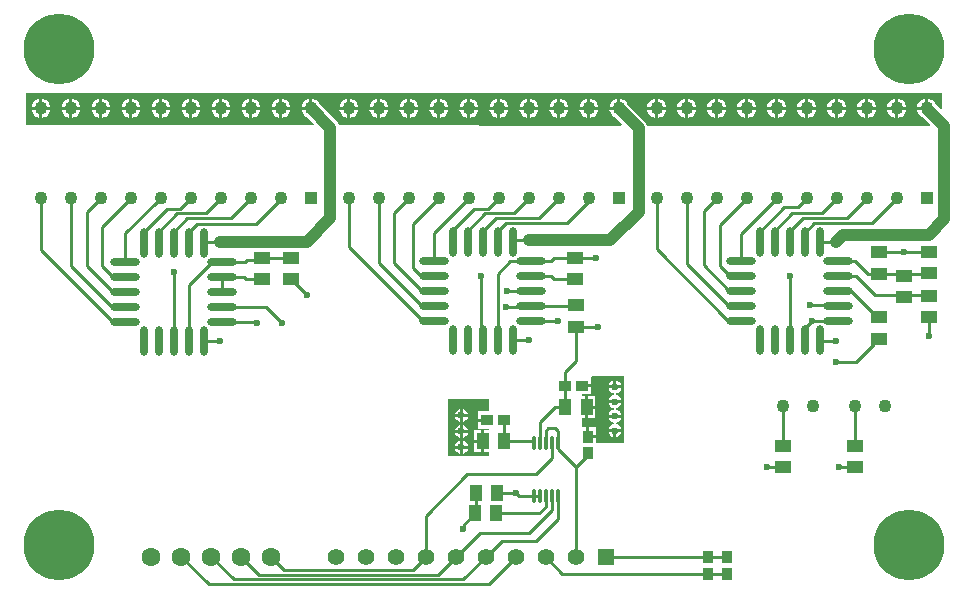
<source format=gtl>
G04*
G04 #@! TF.GenerationSoftware,Altium Limited,Altium Designer,18.1.11 (251)*
G04*
G04 Layer_Physical_Order=1*
G04 Layer_Color=255*
%FSLAX25Y25*%
%MOIN*%
G70*
G01*
G75*
%ADD15R,0.05315X0.03937*%
%ADD16O,0.02559X0.09843*%
%ADD17O,0.09843X0.02559*%
%ADD18R,0.03740X0.04331*%
%ADD19R,0.03937X0.05315*%
%ADD20R,0.04331X0.03740*%
%ADD21O,0.01378X0.05315*%
%ADD36C,0.01000*%
%ADD37C,0.03937*%
%ADD38R,0.05504X0.05504*%
%ADD39C,0.05504*%
%ADD40C,0.04331*%
%ADD41R,0.04331X0.04331*%
%ADD42C,0.23622*%
%ADD43C,0.06299*%
%ADD44C,0.02362*%
G36*
X310236Y161187D02*
X309774Y160995D01*
X307973Y162797D01*
X307883Y163014D01*
X307376Y163675D01*
X306714Y164182D01*
X305944Y164501D01*
X305618Y164544D01*
Y161417D01*
X305118D01*
Y160917D01*
X301991D01*
X302034Y160591D01*
X302353Y159821D01*
X302861Y159160D01*
X303522Y158652D01*
X303738Y158563D01*
X306322Y155979D01*
X306131Y155517D01*
X211939Y155639D01*
X211648Y156340D01*
X211172Y156960D01*
X205335Y162797D01*
X205245Y163014D01*
X204738Y163675D01*
X204077Y164182D01*
X203307Y164501D01*
X202980Y164544D01*
Y161417D01*
X202480D01*
Y160917D01*
X199354D01*
X199396Y160591D01*
X199715Y159821D01*
X200223Y159160D01*
X200884Y158652D01*
X201101Y158563D01*
X203552Y156111D01*
X203360Y155649D01*
X109177Y155771D01*
X108892Y156458D01*
X108416Y157078D01*
X102697Y162797D01*
X102607Y163014D01*
X102100Y163675D01*
X101439Y164182D01*
X100669Y164501D01*
X100343Y164544D01*
Y161417D01*
X99843D01*
Y160917D01*
X96716D01*
X96759Y160591D01*
X97078Y159821D01*
X97585Y159160D01*
X98246Y158652D01*
X98463Y158563D01*
X100782Y156244D01*
X100590Y155782D01*
X4724Y155905D01*
Y166535D01*
X310236D01*
Y161187D01*
D02*
G37*
G36*
X204331Y49902D02*
X194996D01*
Y51468D01*
X192126D01*
Y51968D01*
X191626D01*
Y55134D01*
X190157D01*
Y58153D01*
X191232D01*
Y61811D01*
Y65469D01*
X190157D01*
Y66028D01*
X193323D01*
Y68398D01*
X190157D01*
Y69398D01*
X193323D01*
Y71768D01*
X193707Y72047D01*
X204331D01*
Y49902D01*
D02*
G37*
G36*
X159109Y60350D02*
X155496D01*
Y57980D01*
X158661D01*
Y56980D01*
X155496D01*
Y54610D01*
X159109D01*
Y54051D01*
X157587D01*
Y50394D01*
Y46736D01*
X159109D01*
Y45419D01*
X159016Y45325D01*
X145669D01*
Y64567D01*
X159109D01*
Y60350D01*
D02*
G37*
%LPC*%
G36*
X192980Y164544D02*
Y161917D01*
X195607D01*
X195564Y162244D01*
X195245Y163014D01*
X194738Y163675D01*
X194077Y164182D01*
X193307Y164501D01*
X192980Y164544D01*
D02*
G37*
G36*
X182980D02*
Y161917D01*
X185607D01*
X185564Y162244D01*
X185245Y163014D01*
X184738Y163675D01*
X184077Y164182D01*
X183307Y164501D01*
X182980Y164544D01*
D02*
G37*
G36*
X172980D02*
Y161917D01*
X175607D01*
X175564Y162244D01*
X175245Y163014D01*
X174738Y163675D01*
X174077Y164182D01*
X173307Y164501D01*
X172980Y164544D01*
D02*
G37*
G36*
X162980D02*
Y161917D01*
X165607D01*
X165564Y162244D01*
X165245Y163014D01*
X164738Y163675D01*
X164077Y164182D01*
X163307Y164501D01*
X162980Y164544D01*
D02*
G37*
G36*
X152980D02*
Y161917D01*
X155607D01*
X155564Y162244D01*
X155245Y163014D01*
X154738Y163675D01*
X154077Y164182D01*
X153307Y164501D01*
X152980Y164544D01*
D02*
G37*
G36*
X142980D02*
Y161917D01*
X145607D01*
X145564Y162244D01*
X145245Y163014D01*
X144738Y163675D01*
X144077Y164182D01*
X143307Y164501D01*
X142980Y164544D01*
D02*
G37*
G36*
X132980D02*
Y161917D01*
X135607D01*
X135564Y162244D01*
X135245Y163014D01*
X134738Y163675D01*
X134077Y164182D01*
X133307Y164501D01*
X132980Y164544D01*
D02*
G37*
G36*
X122980D02*
Y161917D01*
X125607D01*
X125564Y162244D01*
X125245Y163014D01*
X124738Y163675D01*
X124077Y164182D01*
X123307Y164501D01*
X122980Y164544D01*
D02*
G37*
G36*
X112980D02*
Y161917D01*
X115607D01*
X115564Y162244D01*
X115245Y163014D01*
X114738Y163675D01*
X114077Y164182D01*
X113307Y164501D01*
X112980Y164544D01*
D02*
G37*
G36*
X201980D02*
X201654Y164501D01*
X200884Y164182D01*
X200223Y163675D01*
X199715Y163014D01*
X199396Y162244D01*
X199354Y161917D01*
X201980D01*
Y164544D01*
D02*
G37*
G36*
X191980D02*
X191654Y164501D01*
X190884Y164182D01*
X190223Y163675D01*
X189715Y163014D01*
X189396Y162244D01*
X189354Y161917D01*
X191980D01*
Y164544D01*
D02*
G37*
G36*
X181980D02*
X181654Y164501D01*
X180884Y164182D01*
X180223Y163675D01*
X179715Y163014D01*
X179396Y162244D01*
X179353Y161917D01*
X181980D01*
Y164544D01*
D02*
G37*
G36*
X171980D02*
X171654Y164501D01*
X170884Y164182D01*
X170223Y163675D01*
X169715Y163014D01*
X169396Y162244D01*
X169353Y161917D01*
X171980D01*
Y164544D01*
D02*
G37*
G36*
X161980D02*
X161654Y164501D01*
X160884Y164182D01*
X160223Y163675D01*
X159715Y163014D01*
X159396Y162244D01*
X159353Y161917D01*
X161980D01*
Y164544D01*
D02*
G37*
G36*
X151980D02*
X151654Y164501D01*
X150884Y164182D01*
X150223Y163675D01*
X149715Y163014D01*
X149396Y162244D01*
X149354Y161917D01*
X151980D01*
Y164544D01*
D02*
G37*
G36*
X141980D02*
X141654Y164501D01*
X140884Y164182D01*
X140223Y163675D01*
X139715Y163014D01*
X139396Y162244D01*
X139354Y161917D01*
X141980D01*
Y164544D01*
D02*
G37*
G36*
X131980D02*
X131654Y164501D01*
X130884Y164182D01*
X130223Y163675D01*
X129715Y163014D01*
X129396Y162244D01*
X129353Y161917D01*
X131980D01*
Y164544D01*
D02*
G37*
G36*
X121980D02*
X121654Y164501D01*
X120884Y164182D01*
X120223Y163675D01*
X119715Y163014D01*
X119396Y162244D01*
X119353Y161917D01*
X121980D01*
Y164544D01*
D02*
G37*
G36*
X111980D02*
X111654Y164501D01*
X110884Y164182D01*
X110223Y163675D01*
X109715Y163014D01*
X109396Y162244D01*
X109353Y161917D01*
X111980D01*
Y164544D01*
D02*
G37*
G36*
X295618D02*
Y161917D01*
X298245D01*
X298202Y162244D01*
X297883Y163014D01*
X297376Y163675D01*
X296714Y164182D01*
X295944Y164501D01*
X295618Y164544D01*
D02*
G37*
G36*
X285618D02*
Y161917D01*
X288245D01*
X288202Y162244D01*
X287883Y163014D01*
X287376Y163675D01*
X286714Y164182D01*
X285944Y164501D01*
X285618Y164544D01*
D02*
G37*
G36*
X275618D02*
Y161917D01*
X278245D01*
X278202Y162244D01*
X277883Y163014D01*
X277376Y163675D01*
X276714Y164182D01*
X275944Y164501D01*
X275618Y164544D01*
D02*
G37*
G36*
X265618D02*
Y161917D01*
X268245D01*
X268202Y162244D01*
X267883Y163014D01*
X267376Y163675D01*
X266714Y164182D01*
X265944Y164501D01*
X265618Y164544D01*
D02*
G37*
G36*
X255618D02*
Y161917D01*
X258245D01*
X258202Y162244D01*
X257883Y163014D01*
X257376Y163675D01*
X256714Y164182D01*
X255944Y164501D01*
X255618Y164544D01*
D02*
G37*
G36*
X245618D02*
Y161917D01*
X248245D01*
X248202Y162244D01*
X247883Y163014D01*
X247376Y163675D01*
X246714Y164182D01*
X245944Y164501D01*
X245618Y164544D01*
D02*
G37*
G36*
X235618D02*
Y161917D01*
X238245D01*
X238202Y162244D01*
X237883Y163014D01*
X237376Y163675D01*
X236714Y164182D01*
X235944Y164501D01*
X235618Y164544D01*
D02*
G37*
G36*
X225618D02*
Y161917D01*
X228245D01*
X228202Y162244D01*
X227883Y163014D01*
X227376Y163675D01*
X226714Y164182D01*
X225944Y164501D01*
X225618Y164544D01*
D02*
G37*
G36*
X215618D02*
Y161917D01*
X218245D01*
X218202Y162244D01*
X217883Y163014D01*
X217376Y163675D01*
X216714Y164182D01*
X215944Y164501D01*
X215618Y164544D01*
D02*
G37*
G36*
X304618D02*
X304292Y164501D01*
X303522Y164182D01*
X302861Y163675D01*
X302353Y163014D01*
X302034Y162244D01*
X301991Y161917D01*
X304618D01*
Y164544D01*
D02*
G37*
G36*
X294618D02*
X294292Y164501D01*
X293522Y164182D01*
X292861Y163675D01*
X292353Y163014D01*
X292034Y162244D01*
X291991Y161917D01*
X294618D01*
Y164544D01*
D02*
G37*
G36*
X284618D02*
X284292Y164501D01*
X283522Y164182D01*
X282861Y163675D01*
X282353Y163014D01*
X282034Y162244D01*
X281991Y161917D01*
X284618D01*
Y164544D01*
D02*
G37*
G36*
X274618D02*
X274292Y164501D01*
X273522Y164182D01*
X272861Y163675D01*
X272353Y163014D01*
X272034Y162244D01*
X271991Y161917D01*
X274618D01*
Y164544D01*
D02*
G37*
G36*
X264618D02*
X264292Y164501D01*
X263522Y164182D01*
X262861Y163675D01*
X262353Y163014D01*
X262034Y162244D01*
X261991Y161917D01*
X264618D01*
Y164544D01*
D02*
G37*
G36*
X254618D02*
X254292Y164501D01*
X253522Y164182D01*
X252861Y163675D01*
X252353Y163014D01*
X252034Y162244D01*
X251991Y161917D01*
X254618D01*
Y164544D01*
D02*
G37*
G36*
X244618D02*
X244292Y164501D01*
X243522Y164182D01*
X242861Y163675D01*
X242353Y163014D01*
X242034Y162244D01*
X241991Y161917D01*
X244618D01*
Y164544D01*
D02*
G37*
G36*
X234618D02*
X234292Y164501D01*
X233522Y164182D01*
X232861Y163675D01*
X232353Y163014D01*
X232034Y162244D01*
X231991Y161917D01*
X234618D01*
Y164544D01*
D02*
G37*
G36*
X224618D02*
X224292Y164501D01*
X223522Y164182D01*
X222861Y163675D01*
X222353Y163014D01*
X222034Y162244D01*
X221991Y161917D01*
X224618D01*
Y164544D01*
D02*
G37*
G36*
X214618D02*
X214292Y164501D01*
X213522Y164182D01*
X212861Y163675D01*
X212353Y163014D01*
X212034Y162244D01*
X211991Y161917D01*
X214618D01*
Y164544D01*
D02*
G37*
G36*
X90342D02*
Y161917D01*
X92969D01*
X92926Y162244D01*
X92607Y163014D01*
X92100Y163675D01*
X91439Y164182D01*
X90669Y164501D01*
X90342Y164544D01*
D02*
G37*
G36*
X80343D02*
Y161917D01*
X82969D01*
X82926Y162244D01*
X82607Y163014D01*
X82100Y163675D01*
X81439Y164182D01*
X80669Y164501D01*
X80343Y164544D01*
D02*
G37*
G36*
X70342D02*
Y161917D01*
X72969D01*
X72926Y162244D01*
X72607Y163014D01*
X72100Y163675D01*
X71439Y164182D01*
X70669Y164501D01*
X70342Y164544D01*
D02*
G37*
G36*
X60343D02*
Y161917D01*
X62969D01*
X62926Y162244D01*
X62607Y163014D01*
X62100Y163675D01*
X61439Y164182D01*
X60669Y164501D01*
X60343Y164544D01*
D02*
G37*
G36*
X50343D02*
Y161917D01*
X52969D01*
X52926Y162244D01*
X52607Y163014D01*
X52100Y163675D01*
X51439Y164182D01*
X50669Y164501D01*
X50343Y164544D01*
D02*
G37*
G36*
X40343D02*
Y161917D01*
X42969D01*
X42926Y162244D01*
X42607Y163014D01*
X42100Y163675D01*
X41439Y164182D01*
X40669Y164501D01*
X40343Y164544D01*
D02*
G37*
G36*
X30343D02*
Y161917D01*
X32969D01*
X32926Y162244D01*
X32607Y163014D01*
X32100Y163675D01*
X31439Y164182D01*
X30669Y164501D01*
X30343Y164544D01*
D02*
G37*
G36*
X20343D02*
Y161917D01*
X22969D01*
X22926Y162244D01*
X22607Y163014D01*
X22100Y163675D01*
X21439Y164182D01*
X20669Y164501D01*
X20343Y164544D01*
D02*
G37*
G36*
X10343D02*
Y161917D01*
X12969D01*
X12926Y162244D01*
X12607Y163014D01*
X12100Y163675D01*
X11439Y164182D01*
X10669Y164501D01*
X10343Y164544D01*
D02*
G37*
G36*
X99343D02*
X99016Y164501D01*
X98246Y164182D01*
X97585Y163675D01*
X97078Y163014D01*
X96759Y162244D01*
X96716Y161917D01*
X99343D01*
Y164544D01*
D02*
G37*
G36*
X89342D02*
X89016Y164501D01*
X88246Y164182D01*
X87585Y163675D01*
X87078Y163014D01*
X86759Y162244D01*
X86716Y161917D01*
X89342D01*
Y164544D01*
D02*
G37*
G36*
X79343D02*
X79016Y164501D01*
X78246Y164182D01*
X77585Y163675D01*
X77078Y163014D01*
X76759Y162244D01*
X76716Y161917D01*
X79343D01*
Y164544D01*
D02*
G37*
G36*
X69342D02*
X69016Y164501D01*
X68246Y164182D01*
X67585Y163675D01*
X67078Y163014D01*
X66759Y162244D01*
X66716Y161917D01*
X69342D01*
Y164544D01*
D02*
G37*
G36*
X59342D02*
X59016Y164501D01*
X58246Y164182D01*
X57585Y163675D01*
X57078Y163014D01*
X56759Y162244D01*
X56716Y161917D01*
X59342D01*
Y164544D01*
D02*
G37*
G36*
X49343D02*
X49016Y164501D01*
X48246Y164182D01*
X47585Y163675D01*
X47078Y163014D01*
X46759Y162244D01*
X46716Y161917D01*
X49343D01*
Y164544D01*
D02*
G37*
G36*
X39342D02*
X39016Y164501D01*
X38246Y164182D01*
X37585Y163675D01*
X37078Y163014D01*
X36759Y162244D01*
X36716Y161917D01*
X39342D01*
Y164544D01*
D02*
G37*
G36*
X29342D02*
X29016Y164501D01*
X28246Y164182D01*
X27585Y163675D01*
X27078Y163014D01*
X26759Y162244D01*
X26716Y161917D01*
X29342D01*
Y164544D01*
D02*
G37*
G36*
X19342D02*
X19016Y164501D01*
X18246Y164182D01*
X17585Y163675D01*
X17078Y163014D01*
X16759Y162244D01*
X16716Y161917D01*
X19342D01*
Y164544D01*
D02*
G37*
G36*
X9342D02*
X9016Y164501D01*
X8246Y164182D01*
X7585Y163675D01*
X7078Y163014D01*
X6759Y162244D01*
X6716Y161917D01*
X9342D01*
Y164544D01*
D02*
G37*
G36*
X191980Y160917D02*
X189354D01*
X189396Y160591D01*
X189715Y159821D01*
X190223Y159160D01*
X190884Y158652D01*
X191654Y158333D01*
X191980Y158291D01*
Y160917D01*
D02*
G37*
G36*
X181980D02*
X179353D01*
X179396Y160591D01*
X179715Y159821D01*
X180223Y159160D01*
X180884Y158652D01*
X181654Y158333D01*
X181980Y158291D01*
Y160917D01*
D02*
G37*
G36*
X171980D02*
X169353D01*
X169396Y160591D01*
X169715Y159821D01*
X170223Y159160D01*
X170884Y158652D01*
X171654Y158333D01*
X171980Y158291D01*
Y160917D01*
D02*
G37*
G36*
X161980D02*
X159353D01*
X159396Y160591D01*
X159715Y159821D01*
X160223Y159160D01*
X160884Y158652D01*
X161654Y158333D01*
X161980Y158291D01*
Y160917D01*
D02*
G37*
G36*
X151980D02*
X149354D01*
X149396Y160591D01*
X149715Y159821D01*
X150223Y159160D01*
X150884Y158652D01*
X151654Y158333D01*
X151980Y158291D01*
Y160917D01*
D02*
G37*
G36*
X141980D02*
X139354D01*
X139396Y160591D01*
X139715Y159821D01*
X140223Y159160D01*
X140884Y158652D01*
X141654Y158333D01*
X141980Y158291D01*
Y160917D01*
D02*
G37*
G36*
X131980D02*
X129353D01*
X129396Y160591D01*
X129715Y159821D01*
X130223Y159160D01*
X130884Y158652D01*
X131654Y158333D01*
X131980Y158291D01*
Y160917D01*
D02*
G37*
G36*
X121980D02*
X119353D01*
X119396Y160591D01*
X119715Y159821D01*
X120223Y159160D01*
X120884Y158652D01*
X121654Y158333D01*
X121980Y158291D01*
Y160917D01*
D02*
G37*
G36*
X111980D02*
X109353D01*
X109396Y160591D01*
X109715Y159821D01*
X110223Y159160D01*
X110884Y158652D01*
X111654Y158333D01*
X111980Y158291D01*
Y160917D01*
D02*
G37*
G36*
X82969Y160917D02*
X80343D01*
Y158291D01*
X80669Y158333D01*
X81439Y158652D01*
X82100Y159160D01*
X82607Y159821D01*
X82926Y160591D01*
X82969Y160917D01*
D02*
G37*
G36*
X72969D02*
X70342D01*
Y158291D01*
X70669Y158333D01*
X71439Y158652D01*
X72100Y159160D01*
X72607Y159821D01*
X72926Y160591D01*
X72969Y160917D01*
D02*
G37*
G36*
X62969D02*
X60343D01*
Y158291D01*
X60669Y158333D01*
X61439Y158652D01*
X62100Y159160D01*
X62607Y159821D01*
X62926Y160591D01*
X62969Y160917D01*
D02*
G37*
G36*
X52969D02*
X50343D01*
Y158291D01*
X50669Y158333D01*
X51439Y158652D01*
X52100Y159160D01*
X52607Y159821D01*
X52926Y160591D01*
X52969Y160917D01*
D02*
G37*
G36*
X32969D02*
X30343D01*
Y158291D01*
X30669Y158333D01*
X31439Y158652D01*
X32100Y159160D01*
X32607Y159821D01*
X32926Y160591D01*
X32969Y160917D01*
D02*
G37*
G36*
X22969D02*
X20343D01*
Y158291D01*
X20669Y158333D01*
X21439Y158652D01*
X22100Y159160D01*
X22607Y159821D01*
X22926Y160591D01*
X22969Y160917D01*
D02*
G37*
G36*
X12969D02*
X10343D01*
Y158291D01*
X10669Y158333D01*
X11439Y158652D01*
X12100Y159160D01*
X12607Y159821D01*
X12926Y160591D01*
X12969Y160917D01*
D02*
G37*
G36*
X92969D02*
X90342D01*
Y158291D01*
X90669Y158333D01*
X91439Y158652D01*
X92100Y159160D01*
X92607Y159821D01*
X92926Y160591D01*
X92969Y160917D01*
D02*
G37*
G36*
X42969D02*
X40343D01*
Y158291D01*
X40669Y158333D01*
X41439Y158652D01*
X42100Y159160D01*
X42607Y159821D01*
X42926Y160591D01*
X42969Y160917D01*
D02*
G37*
G36*
X294618Y160917D02*
X291991D01*
X292034Y160591D01*
X292353Y159821D01*
X292861Y159160D01*
X293522Y158652D01*
X294292Y158333D01*
X294618Y158291D01*
Y160917D01*
D02*
G37*
G36*
X284618D02*
X281991D01*
X282034Y160591D01*
X282353Y159821D01*
X282861Y159160D01*
X283522Y158652D01*
X284292Y158333D01*
X284618Y158291D01*
Y160917D01*
D02*
G37*
G36*
X274618D02*
X271991D01*
X272034Y160591D01*
X272353Y159821D01*
X272861Y159160D01*
X273522Y158652D01*
X274292Y158333D01*
X274618Y158291D01*
Y160917D01*
D02*
G37*
G36*
X264618D02*
X261991D01*
X262034Y160591D01*
X262353Y159821D01*
X262861Y159160D01*
X263522Y158652D01*
X264292Y158333D01*
X264618Y158291D01*
Y160917D01*
D02*
G37*
G36*
X254618D02*
X251991D01*
X252034Y160591D01*
X252353Y159821D01*
X252861Y159160D01*
X253522Y158652D01*
X254292Y158333D01*
X254618Y158291D01*
Y160917D01*
D02*
G37*
G36*
X244618D02*
X241991D01*
X242034Y160591D01*
X242353Y159821D01*
X242861Y159160D01*
X243522Y158652D01*
X244292Y158333D01*
X244618Y158291D01*
Y160917D01*
D02*
G37*
G36*
X234618D02*
X231991D01*
X232034Y160591D01*
X232353Y159821D01*
X232861Y159160D01*
X233522Y158652D01*
X234292Y158333D01*
X234618Y158291D01*
Y160917D01*
D02*
G37*
G36*
X224618D02*
X221991D01*
X222034Y160591D01*
X222353Y159821D01*
X222861Y159160D01*
X223522Y158652D01*
X224292Y158333D01*
X224618Y158291D01*
Y160917D01*
D02*
G37*
G36*
X214618D02*
X211991D01*
X212034Y160591D01*
X212353Y159821D01*
X212861Y159160D01*
X213522Y158652D01*
X214292Y158333D01*
X214618Y158291D01*
Y160917D01*
D02*
G37*
G36*
X298245D02*
X295618D01*
Y158291D01*
X295944Y158333D01*
X296714Y158652D01*
X297376Y159160D01*
X297883Y159821D01*
X298202Y160591D01*
X298245Y160917D01*
D02*
G37*
G36*
X288245D02*
X285618D01*
Y158291D01*
X285944Y158333D01*
X286714Y158652D01*
X287376Y159160D01*
X287883Y159821D01*
X288202Y160591D01*
X288245Y160917D01*
D02*
G37*
G36*
X278245D02*
X275618D01*
Y158291D01*
X275944Y158333D01*
X276714Y158652D01*
X277376Y159160D01*
X277883Y159821D01*
X278202Y160591D01*
X278245Y160917D01*
D02*
G37*
G36*
X268245D02*
X265618D01*
Y158291D01*
X265944Y158333D01*
X266714Y158652D01*
X267376Y159160D01*
X267883Y159821D01*
X268202Y160591D01*
X268245Y160917D01*
D02*
G37*
G36*
X258245D02*
X255618D01*
Y158291D01*
X255944Y158333D01*
X256714Y158652D01*
X257376Y159160D01*
X257883Y159821D01*
X258202Y160591D01*
X258245Y160917D01*
D02*
G37*
G36*
X248245D02*
X245618D01*
Y158291D01*
X245944Y158333D01*
X246714Y158652D01*
X247376Y159160D01*
X247883Y159821D01*
X248202Y160591D01*
X248245Y160917D01*
D02*
G37*
G36*
X238245D02*
X235618D01*
Y158291D01*
X235944Y158333D01*
X236714Y158652D01*
X237376Y159160D01*
X237883Y159821D01*
X238202Y160591D01*
X238245Y160917D01*
D02*
G37*
G36*
X228245D02*
X225618D01*
Y158291D01*
X225944Y158333D01*
X226714Y158652D01*
X227376Y159160D01*
X227883Y159821D01*
X228202Y160591D01*
X228245Y160917D01*
D02*
G37*
G36*
X218245D02*
X215618D01*
Y158291D01*
X215944Y158333D01*
X216714Y158652D01*
X217376Y159160D01*
X217883Y159821D01*
X218202Y160591D01*
X218245Y160917D01*
D02*
G37*
G36*
X89342Y160917D02*
X86716D01*
X86759Y160591D01*
X87078Y159821D01*
X87585Y159160D01*
X88246Y158652D01*
X89016Y158333D01*
X89342Y158291D01*
Y160917D01*
D02*
G37*
G36*
X39342D02*
X36716D01*
X36759Y160591D01*
X37078Y159821D01*
X37585Y159160D01*
X38246Y158652D01*
X39016Y158333D01*
X39342Y158291D01*
Y160917D01*
D02*
G37*
G36*
X79343D02*
X76716D01*
X76759Y160591D01*
X77078Y159821D01*
X77585Y159160D01*
X78246Y158652D01*
X79016Y158333D01*
X79343Y158291D01*
Y160917D01*
D02*
G37*
G36*
X69342D02*
X66716D01*
X66759Y160591D01*
X67078Y159821D01*
X67585Y159160D01*
X68246Y158652D01*
X69016Y158333D01*
X69342Y158291D01*
Y160917D01*
D02*
G37*
G36*
X59342D02*
X56716D01*
X56759Y160591D01*
X57078Y159821D01*
X57585Y159160D01*
X58246Y158652D01*
X59016Y158333D01*
X59342Y158291D01*
Y160917D01*
D02*
G37*
G36*
X49343D02*
X46716D01*
X46759Y160591D01*
X47078Y159821D01*
X47585Y159160D01*
X48246Y158652D01*
X49016Y158333D01*
X49343Y158291D01*
Y160917D01*
D02*
G37*
G36*
X29342D02*
X26716D01*
X26759Y160591D01*
X27078Y159821D01*
X27585Y159160D01*
X28246Y158652D01*
X29016Y158333D01*
X29342Y158291D01*
Y160917D01*
D02*
G37*
G36*
X19342D02*
X16716D01*
X16759Y160591D01*
X17078Y159821D01*
X17585Y159160D01*
X18246Y158652D01*
X19016Y158333D01*
X19342Y158291D01*
Y160917D01*
D02*
G37*
G36*
X9342D02*
X6716D01*
X6759Y160591D01*
X7078Y159821D01*
X7585Y159160D01*
X8246Y158652D01*
X9016Y158333D01*
X9342Y158291D01*
Y160917D01*
D02*
G37*
G36*
X195607Y160917D02*
X192980D01*
Y158291D01*
X193307Y158333D01*
X194077Y158652D01*
X194738Y159160D01*
X195245Y159821D01*
X195564Y160591D01*
X195607Y160917D01*
D02*
G37*
G36*
X185607D02*
X182980D01*
Y158291D01*
X183307Y158333D01*
X184077Y158652D01*
X184738Y159160D01*
X185245Y159821D01*
X185564Y160591D01*
X185607Y160917D01*
D02*
G37*
G36*
X175607D02*
X172980D01*
Y158291D01*
X173307Y158333D01*
X174077Y158652D01*
X174738Y159160D01*
X175245Y159821D01*
X175564Y160591D01*
X175607Y160917D01*
D02*
G37*
G36*
X165607D02*
X162980D01*
Y158291D01*
X163307Y158333D01*
X164077Y158652D01*
X164738Y159160D01*
X165245Y159821D01*
X165564Y160591D01*
X165607Y160917D01*
D02*
G37*
G36*
X145607D02*
X142980D01*
Y158291D01*
X143307Y158333D01*
X144077Y158652D01*
X144738Y159160D01*
X145245Y159821D01*
X145564Y160591D01*
X145607Y160917D01*
D02*
G37*
G36*
X135607D02*
X132980D01*
Y158291D01*
X133307Y158333D01*
X134077Y158652D01*
X134738Y159160D01*
X135245Y159821D01*
X135564Y160591D01*
X135607Y160917D01*
D02*
G37*
G36*
X125607D02*
X122980D01*
Y158291D01*
X123307Y158333D01*
X124077Y158652D01*
X124738Y159160D01*
X125245Y159821D01*
X125564Y160591D01*
X125607Y160917D01*
D02*
G37*
G36*
X115607D02*
X112980D01*
Y158291D01*
X113307Y158333D01*
X114077Y158652D01*
X114738Y159160D01*
X115245Y159821D01*
X115564Y160591D01*
X115607Y160917D01*
D02*
G37*
G36*
X155607D02*
X152980D01*
Y158291D01*
X153307Y158333D01*
X154077Y158652D01*
X154738Y159160D01*
X155245Y159821D01*
X155564Y160591D01*
X155607Y160917D01*
D02*
G37*
G36*
X201681Y70628D02*
Y69004D01*
X203306D01*
X203236Y69355D01*
X202754Y70076D01*
X202032Y70559D01*
X201681Y70628D01*
D02*
G37*
G36*
X200681D02*
X200330Y70559D01*
X199609Y70076D01*
X199127Y69355D01*
X199057Y69004D01*
X200681D01*
Y70628D01*
D02*
G37*
G36*
X203306Y68004D02*
X199057D01*
X199127Y67653D01*
X199609Y66931D01*
X200330Y66449D01*
X200925Y66331D01*
Y65821D01*
X200330Y65703D01*
X199609Y65221D01*
X199127Y64499D01*
X199057Y64148D01*
X203306D01*
X203236Y64499D01*
X202754Y65221D01*
X202032Y65703D01*
X201437Y65821D01*
Y66331D01*
X202032Y66449D01*
X202754Y66931D01*
X203236Y67653D01*
X203306Y68004D01*
D02*
G37*
G36*
X194701Y65469D02*
X192232D01*
Y62311D01*
X194701D01*
Y65469D01*
D02*
G37*
G36*
X203306Y63148D02*
X199057D01*
X199127Y62797D01*
X199609Y62076D01*
X200330Y61594D01*
X200925Y61475D01*
Y60966D01*
X200330Y60847D01*
X199609Y60365D01*
X199127Y59644D01*
X199057Y59293D01*
X203306D01*
X203236Y59644D01*
X202754Y60365D01*
X202032Y60847D01*
X201437Y60966D01*
Y61475D01*
X202032Y61594D01*
X202754Y62076D01*
X203236Y62797D01*
X203306Y63148D01*
D02*
G37*
G36*
X194701Y61311D02*
X192232D01*
Y58153D01*
X194701D01*
Y61311D01*
D02*
G37*
G36*
X203306Y58293D02*
X199057D01*
X199127Y57942D01*
X199609Y57220D01*
X200330Y56738D01*
X200925Y56620D01*
Y56110D01*
X200330Y55992D01*
X199609Y55510D01*
X199127Y54788D01*
X199057Y54437D01*
X203306D01*
X203236Y54788D01*
X202754Y55510D01*
X202032Y55992D01*
X201437Y56110D01*
Y56620D01*
X202032Y56738D01*
X202754Y57220D01*
X203236Y57942D01*
X203306Y58293D01*
D02*
G37*
G36*
X194996Y55134D02*
X192626D01*
Y52469D01*
X194996D01*
Y55134D01*
D02*
G37*
G36*
X203306Y53437D02*
X201681D01*
Y51813D01*
X202032Y51882D01*
X202754Y52364D01*
X203236Y53086D01*
X203306Y53437D01*
D02*
G37*
G36*
X200681D02*
X199057D01*
X199127Y53086D01*
X199609Y52364D01*
X200330Y51882D01*
X200681Y51813D01*
Y53437D01*
D02*
G37*
G36*
X150500Y61180D02*
Y59555D01*
X152124D01*
X152055Y59906D01*
X151573Y60628D01*
X150851Y61110D01*
X150500Y61180D01*
D02*
G37*
G36*
X149500D02*
X149149Y61110D01*
X148427Y60628D01*
X147945Y59906D01*
X147876Y59555D01*
X149500D01*
Y61180D01*
D02*
G37*
G36*
X152124Y58555D02*
X150500D01*
Y56931D01*
X150851Y57001D01*
X151573Y57483D01*
X152055Y58204D01*
X152124Y58555D01*
D02*
G37*
G36*
X149500D02*
X147876D01*
X147945Y58204D01*
X148427Y57483D01*
X149149Y57001D01*
X149500Y56931D01*
Y58555D01*
D02*
G37*
G36*
X150500Y55865D02*
Y54240D01*
X152124D01*
X152055Y54591D01*
X151573Y55313D01*
X150851Y55795D01*
X150500Y55865D01*
D02*
G37*
G36*
X149500D02*
X149149Y55795D01*
X148427Y55313D01*
X147945Y54591D01*
X147876Y54240D01*
X149500D01*
Y55865D01*
D02*
G37*
G36*
X152124Y53240D02*
X150500D01*
Y51616D01*
X150851Y51686D01*
X151573Y52168D01*
X152055Y52889D01*
X152124Y53240D01*
D02*
G37*
G36*
X149500D02*
X147876D01*
X147945Y52889D01*
X148427Y52168D01*
X149149Y51686D01*
X149500Y51616D01*
Y53240D01*
D02*
G37*
G36*
X156587Y54051D02*
X154118D01*
Y50894D01*
X156587D01*
Y54051D01*
D02*
G37*
G36*
X150500Y50550D02*
Y48925D01*
X152124D01*
X152055Y49276D01*
X151573Y49998D01*
X150851Y50480D01*
X150500Y50550D01*
D02*
G37*
G36*
X149500D02*
X149149Y50480D01*
X148427Y49998D01*
X147945Y49276D01*
X147876Y48925D01*
X149500D01*
Y50550D01*
D02*
G37*
G36*
X156587Y49894D02*
X154118D01*
Y46736D01*
X156587D01*
Y49894D01*
D02*
G37*
G36*
X152124Y47925D02*
X150500D01*
Y46301D01*
X150851Y46371D01*
X151573Y46853D01*
X152055Y47574D01*
X152124Y47925D01*
D02*
G37*
G36*
X149500D02*
X147876D01*
X147945Y47574D01*
X148427Y46853D01*
X149149Y46371D01*
X149500Y46301D01*
Y47925D01*
D02*
G37*
%LPD*%
D15*
X289370Y84646D02*
D03*
Y91732D02*
D03*
X305906Y91713D02*
D03*
Y98799D02*
D03*
Y113484D02*
D03*
Y106398D02*
D03*
X297638Y105512D02*
D03*
Y98425D02*
D03*
X289370Y113386D02*
D03*
Y106299D02*
D03*
X187795Y111417D02*
D03*
Y104331D02*
D03*
X281339Y48819D02*
D03*
Y41732D02*
D03*
X257087Y48819D02*
D03*
Y41732D02*
D03*
X83465Y111417D02*
D03*
Y104331D02*
D03*
X93307D02*
D03*
Y111417D02*
D03*
X188189Y95669D02*
D03*
Y88583D02*
D03*
D16*
X269449Y84252D02*
D03*
X264449D02*
D03*
X259449D02*
D03*
X254449D02*
D03*
X249449D02*
D03*
Y116732D02*
D03*
X254449D02*
D03*
X259449D02*
D03*
X264449D02*
D03*
X269449D02*
D03*
X167087D02*
D03*
X162087D02*
D03*
X157087D02*
D03*
X152087D02*
D03*
X147087D02*
D03*
Y84252D02*
D03*
X152087D02*
D03*
X157087D02*
D03*
X162087D02*
D03*
X167087D02*
D03*
X64055Y83858D02*
D03*
X59055D02*
D03*
X54055D02*
D03*
X49055D02*
D03*
X44055D02*
D03*
Y116339D02*
D03*
X49055D02*
D03*
X54055D02*
D03*
X59055D02*
D03*
X64055D02*
D03*
D17*
X243209Y90492D02*
D03*
Y95492D02*
D03*
Y100492D02*
D03*
Y105492D02*
D03*
Y110492D02*
D03*
X275689D02*
D03*
Y105492D02*
D03*
Y100492D02*
D03*
Y95492D02*
D03*
Y90492D02*
D03*
X173327D02*
D03*
Y95492D02*
D03*
Y100492D02*
D03*
Y105492D02*
D03*
Y110492D02*
D03*
X140847D02*
D03*
Y105492D02*
D03*
Y100492D02*
D03*
Y95492D02*
D03*
Y90492D02*
D03*
X37815Y90098D02*
D03*
Y95098D02*
D03*
Y100098D02*
D03*
Y105098D02*
D03*
Y110098D02*
D03*
X70295D02*
D03*
Y105098D02*
D03*
Y100098D02*
D03*
Y95098D02*
D03*
Y90098D02*
D03*
D18*
X192126Y46457D02*
D03*
Y51968D02*
D03*
X238583Y11811D02*
D03*
Y6299D02*
D03*
X232283Y11811D02*
D03*
Y6299D02*
D03*
D19*
X161707Y26378D02*
D03*
X154621D02*
D03*
X161811Y33071D02*
D03*
X154724D02*
D03*
X157087Y50394D02*
D03*
X164173D02*
D03*
X191732Y61811D02*
D03*
X184646D02*
D03*
D20*
X164173Y57480D02*
D03*
X158661D02*
D03*
X184646Y68898D02*
D03*
X190157D02*
D03*
D21*
X182101Y49902D02*
D03*
X180132D02*
D03*
X178164D02*
D03*
X176196D02*
D03*
X174227D02*
D03*
X182101Y31988D02*
D03*
X180132D02*
D03*
X178164D02*
D03*
X176196D02*
D03*
X174227D02*
D03*
D36*
X269449Y116240D02*
X270138Y116929D01*
X231496Y6299D02*
X231890Y5906D01*
X64055Y116929D02*
X69685D01*
X281496Y76772D02*
X287598Y82874D01*
X274803Y76772D02*
X281496D01*
X188189Y88583D02*
X195669D01*
X184646Y73622D02*
X188189Y77165D01*
Y88583D01*
X188012Y95492D02*
X188189Y95669D01*
X173327Y95492D02*
X188012D01*
X173386Y90551D02*
X182101D01*
X173327Y90492D02*
X173386Y90551D01*
X133858Y122795D02*
X142480Y131417D01*
X133858Y108268D02*
Y122795D01*
Y108268D02*
X136634Y105492D01*
X99343Y161917D02*
X99843Y161417D01*
X251969Y41757D02*
X251993Y41732D01*
X257087D01*
X281339Y41732D02*
X281339Y41732D01*
X275984Y41732D02*
X281339D01*
X187795Y111417D02*
X187795Y111417D01*
X194882D01*
X231496Y11811D02*
X231890Y11417D01*
X305906Y85433D02*
Y91713D01*
X297539Y113386D02*
X297638Y113484D01*
X305906D01*
X289370Y113386D02*
X297539D01*
X162087Y84252D02*
Y106285D01*
X166294Y110492D01*
X173327D01*
X264449Y84252D02*
Y88071D01*
X266870Y90492D01*
X275689D01*
X275512Y95669D02*
X275689Y95492D01*
X266142Y95669D02*
X275512D01*
X259449Y84252D02*
Y105512D01*
X278504Y124803D02*
X285118Y131417D01*
X263779Y124803D02*
X278504D01*
X259449Y120472D02*
X263779Y124803D01*
X286717Y123016D02*
X295118Y131417D01*
X267504Y123016D02*
X286717D01*
X264449Y119961D02*
X267504Y123016D01*
X264449Y116732D02*
Y119961D01*
X254449Y120591D02*
X260236Y126378D01*
X270079D02*
X275118Y131417D01*
X260236Y126378D02*
X270079D01*
X262047Y128347D02*
X265118Y131417D01*
X257480Y128347D02*
X262047D01*
X249449Y120315D02*
X257480Y128347D01*
X243209Y119508D02*
X255118Y131417D01*
X243209Y110492D02*
Y119508D01*
X259449Y116732D02*
Y120472D01*
X254449Y116732D02*
Y120591D01*
X249449Y116732D02*
Y120315D01*
X236221Y122520D02*
X245118Y131417D01*
X236221Y108740D02*
Y122520D01*
Y108740D02*
X239469Y105492D01*
X243209D01*
X230709Y127008D02*
X235118Y131417D01*
X230709Y109035D02*
Y127008D01*
Y109035D02*
X239252Y100492D01*
X243209D01*
X225118Y109528D02*
Y131417D01*
Y109528D02*
X239154Y95492D01*
X243209D01*
X215118Y114409D02*
Y131417D01*
Y114409D02*
X239035Y90492D01*
X243209D01*
X287815Y99193D02*
X305512D01*
X281516Y105492D02*
X287815Y99193D01*
X275689Y105492D02*
X281516D01*
X289370Y106299D02*
X305807D01*
X275689Y110492D02*
X281240D01*
X285433Y106299D02*
X289370D01*
X281240Y110492D02*
X285433Y106299D01*
X279823Y100492D02*
X288583Y91732D01*
X275689Y100492D02*
X279823D01*
X305512Y99193D02*
X305906Y98799D01*
X305807Y106299D02*
X305906Y106398D01*
X270138Y116929D02*
X274803D01*
X184646Y68898D02*
Y73622D01*
Y61811D02*
Y68685D01*
X180709Y111417D02*
X187795D01*
X180925Y104331D02*
X187795D01*
X179764Y105492D02*
X180925Y104331D01*
X173327Y105492D02*
X179764D01*
X179783Y110492D02*
X180709Y111417D01*
X173327Y110492D02*
X179783D01*
X173110Y95276D02*
X173327Y95492D01*
X164961Y95276D02*
X173110D01*
X173228Y100394D02*
X173327Y100492D01*
X165354Y100394D02*
X173228D01*
X54055Y83858D02*
Y106968D01*
X156693Y84646D02*
Y105512D01*
Y84646D02*
X157087Y84252D01*
X84823Y95098D02*
X90158Y89764D01*
X70295Y95098D02*
X84823D01*
X56177Y127752D02*
X59842Y131417D01*
X51768Y127752D02*
X56177D01*
X44055Y120039D02*
X51768Y127752D01*
X73228Y124803D02*
X79843Y131417D01*
X58661Y124803D02*
X73228D01*
X54055Y120197D02*
X58661Y124803D01*
X64784Y126358D02*
X69842Y131417D01*
X55098Y126358D02*
X64784D01*
X49055Y120315D02*
X55098Y126358D01*
X167441Y126378D02*
X172480Y131417D01*
X157874Y126378D02*
X167441D01*
X152087Y120591D02*
X157874Y126378D01*
X175866Y124803D02*
X182480Y131417D01*
X161417Y124803D02*
X175866D01*
X157087Y120473D02*
X161417Y124803D01*
X81653Y122835D02*
X89842Y131024D01*
X61850Y122835D02*
X81653D01*
X59055Y120039D02*
X61850Y122835D01*
X185071Y123228D02*
X192480Y130638D01*
X164961Y123228D02*
X185071D01*
X162087Y120354D02*
X164961Y123228D01*
X159016Y127953D02*
X162480Y131417D01*
X154331Y127953D02*
X159016D01*
X147087Y120709D02*
X154331Y127953D01*
X147087Y116732D02*
Y120709D01*
X152087Y116732D02*
Y120591D01*
X162087Y116732D02*
Y120354D01*
X157087Y116732D02*
Y120473D01*
X44055Y116339D02*
Y120039D01*
X49055Y116339D02*
Y120315D01*
X54055Y116339D02*
Y120197D01*
X59055Y116339D02*
Y120039D01*
X192480Y130638D02*
Y131417D01*
X140847Y119783D02*
X152480Y131417D01*
X140847Y110492D02*
Y119783D01*
X136634Y105492D02*
X140847D01*
X136909Y100492D02*
X140847D01*
X127559Y109843D02*
Y126496D01*
Y109843D02*
X136909Y100492D01*
X136791Y95492D02*
X140847D01*
X122480Y109803D02*
Y131417D01*
Y109803D02*
X136791Y95492D01*
X137067Y90492D02*
X140847D01*
X112480Y115079D02*
X137067Y90492D01*
X112480Y115079D02*
Y131417D01*
X127559Y126496D02*
X132480Y131417D01*
X167087Y84252D02*
X172441D01*
X167087Y116732D02*
X167677Y117323D01*
X172441D01*
X269449Y83760D02*
X269547Y83858D01*
X274803D01*
X64055D02*
X69685D01*
X37815Y119705D02*
X48425Y130315D01*
X37815Y110098D02*
Y119705D01*
X48425Y130315D02*
X48740D01*
X49843Y131417D01*
X30315Y121890D02*
X39843Y131417D01*
X30315Y108661D02*
Y121890D01*
X25197Y126772D02*
X29842Y131417D01*
X25197Y108661D02*
Y126772D01*
X33917Y90098D02*
X37815D01*
X9843Y114173D02*
X33917Y90098D01*
X9843Y114173D02*
Y131417D01*
X33642Y95098D02*
X37815D01*
X19842Y108898D02*
X33642Y95098D01*
X19842Y108898D02*
Y131417D01*
X30315Y108661D02*
X33878Y105098D01*
X33760Y100098D02*
X37815D01*
X25197Y108661D02*
X33760Y100098D01*
X33878Y105098D02*
X37815D01*
X191732Y45325D02*
Y46457D01*
X188164Y41757D02*
X191732Y45325D01*
X176196Y56904D02*
X181102Y61811D01*
X176196Y49902D02*
Y56904D01*
X181102Y61811D02*
X184646D01*
X173735Y50394D02*
X174227Y49902D01*
X164173Y50394D02*
X173735D01*
X164173D02*
Y57480D01*
X188164Y11811D02*
Y41757D01*
X182101Y47820D02*
X188164Y41757D01*
X182101Y47820D02*
Y49902D01*
X180132Y44699D02*
Y49902D01*
X281339Y48819D02*
Y62205D01*
X257087Y48819D02*
Y62205D01*
X150394Y22151D02*
X154621Y26378D01*
X150394Y21260D02*
Y22151D01*
X169193Y31988D02*
X174227D01*
X168110Y33071D02*
X169193Y31988D01*
X161811Y33071D02*
X168110D01*
X154621Y26378D02*
X154724Y26482D01*
Y33071D01*
X151969Y39370D02*
X174803D01*
X138164Y25566D02*
X151969Y39370D01*
X138164Y11811D02*
Y25566D01*
X174803Y39370D02*
X180132Y44699D01*
X162205Y26378D02*
X175984D01*
X178164Y28558D01*
Y31988D01*
X174227D02*
X176196D01*
X148164Y11811D02*
X156299Y19946D01*
X172702D01*
X180132Y27377D01*
Y31988D01*
X163386Y17033D02*
X174803D01*
X182101Y24331D01*
Y31988D01*
X158164Y11811D02*
X163386Y17033D01*
X178164Y49902D02*
Y53937D01*
X178951Y54724D01*
X181314D01*
X182101Y53937D01*
Y49902D02*
Y53937D01*
X232283Y6299D02*
X238583D01*
X232283Y11811D02*
X238583D01*
X183676Y6299D02*
X231496D01*
X178164Y11811D02*
X183676Y6299D01*
X198164Y11811D02*
X231496D01*
X56693D02*
X65748Y2756D01*
X159109D01*
X168164Y11811D01*
X66693D02*
X74173Y4331D01*
X150684D01*
X158164Y11811D01*
X76693D02*
X82598Y5906D01*
X142259D01*
X148164Y11811D01*
X133912Y7559D02*
X138164Y11811D01*
X90945Y7559D02*
X133912D01*
X86693Y11811D02*
X90945Y7559D01*
X93307Y104331D02*
X98573Y99065D01*
X92913Y111417D02*
X93307Y111024D01*
X83465Y111417D02*
X92913D01*
X70295Y105098D02*
X77559D01*
X78327Y104331D01*
X83465D01*
X82886Y110839D02*
X83465Y111417D01*
X78555Y110839D02*
X82886D01*
X77815Y110098D02*
X78555Y110839D01*
X66791Y110098D02*
X70295D01*
X59055Y102362D02*
X66791Y110098D01*
X59055Y83858D02*
Y102362D01*
X81555Y90098D02*
X81890Y89764D01*
X70295Y90098D02*
X81555D01*
X70295Y100098D02*
Y105098D01*
Y110098D02*
X77815D01*
D37*
X305618Y160917D02*
X311024Y155512D01*
Y124409D02*
Y155512D01*
X305906Y119291D02*
X311024Y124409D01*
X277165Y119291D02*
X305906D01*
X274803Y116929D02*
X277165Y119291D01*
X202480Y161417D02*
X209055Y154842D01*
X99843Y161417D02*
X106299Y154961D01*
X209055Y126772D02*
Y154842D01*
X199606Y117323D02*
X209055Y126772D01*
X172441Y117323D02*
X199606D01*
X106299Y124803D02*
Y154961D01*
X98425Y116929D02*
X106299Y124803D01*
X69685Y116929D02*
X98425D01*
D38*
X198164Y11811D02*
D03*
D39*
X188164D02*
D03*
X178164D02*
D03*
X168164D02*
D03*
X158164D02*
D03*
X148164D02*
D03*
X138164D02*
D03*
X128164D02*
D03*
X118164D02*
D03*
X108164D02*
D03*
D40*
X291339Y62205D02*
D03*
X281339D02*
D03*
X267087D02*
D03*
X257087D02*
D03*
X89842Y131417D02*
D03*
X79843D02*
D03*
X69842D02*
D03*
X59842D02*
D03*
X49843D02*
D03*
X39843D02*
D03*
X29842D02*
D03*
X19842D02*
D03*
X9843D02*
D03*
X99843Y161417D02*
D03*
X89842D02*
D03*
X79843D02*
D03*
X69842D02*
D03*
X59842D02*
D03*
X49843D02*
D03*
X39843D02*
D03*
X29842D02*
D03*
X19842D02*
D03*
X9843D02*
D03*
X192480Y131417D02*
D03*
X182480D02*
D03*
X172480D02*
D03*
X162480D02*
D03*
X152480D02*
D03*
X142480D02*
D03*
X132480D02*
D03*
X122480D02*
D03*
X112480D02*
D03*
X202480Y161417D02*
D03*
X192480D02*
D03*
X182480D02*
D03*
X172480D02*
D03*
X162480D02*
D03*
X152480D02*
D03*
X142480D02*
D03*
X132480D02*
D03*
X122480D02*
D03*
X112480D02*
D03*
X295118Y131417D02*
D03*
X285118D02*
D03*
X275118D02*
D03*
X265118D02*
D03*
X255118D02*
D03*
X245118D02*
D03*
X235118D02*
D03*
X225118D02*
D03*
X215118D02*
D03*
X305118Y161417D02*
D03*
X295118D02*
D03*
X285118D02*
D03*
X275118D02*
D03*
X265118D02*
D03*
X255118D02*
D03*
X245118D02*
D03*
X235118D02*
D03*
X225118D02*
D03*
X215118D02*
D03*
D41*
X99843Y131417D02*
D03*
X202480D02*
D03*
X305118D02*
D03*
D42*
X299213Y15748D02*
D03*
Y181102D02*
D03*
X15748D02*
D03*
Y15748D02*
D03*
D43*
X56693Y11811D02*
D03*
X66693D02*
D03*
X46693D02*
D03*
X76693D02*
D03*
X86693D02*
D03*
D44*
X195669Y88583D02*
D03*
X182101Y90551D02*
D03*
X194882Y111417D02*
D03*
X297539Y113386D02*
D03*
X266870Y90492D02*
D03*
X305906Y85433D02*
D03*
X201181Y68504D02*
D03*
Y63648D02*
D03*
Y58793D02*
D03*
Y53937D02*
D03*
X150000Y59055D02*
D03*
Y53740D02*
D03*
Y48425D02*
D03*
X266142Y95669D02*
D03*
X274803Y76772D02*
D03*
X259449Y105512D02*
D03*
X164961Y95276D02*
D03*
X165354Y100394D02*
D03*
X54055Y106968D02*
D03*
X156693Y105512D02*
D03*
X90158Y89764D02*
D03*
X274803Y83858D02*
D03*
Y116929D02*
D03*
X172441Y84252D02*
D03*
Y117323D02*
D03*
X69685Y83858D02*
D03*
Y116929D02*
D03*
X98573Y99065D02*
D03*
X275984Y41732D02*
D03*
X251969Y41757D02*
D03*
X150394Y21260D02*
D03*
X168110Y33071D02*
D03*
X81890Y89764D02*
D03*
M02*

</source>
